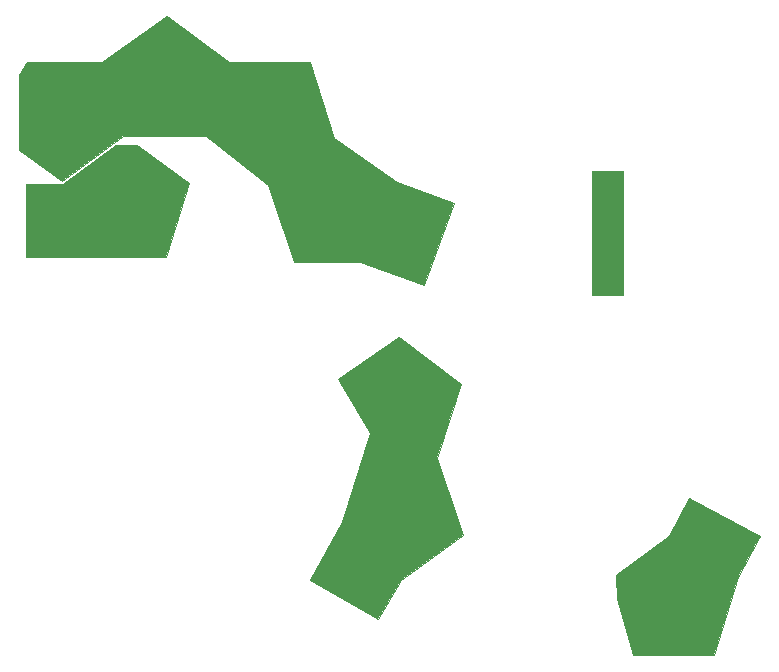
<source format=gbr>
G04 #@! TF.GenerationSoftware,KiCad,Pcbnew,(6.0.1)*
G04 #@! TF.CreationDate,2022-05-29T23:08:33-04:00*
G04 #@! TF.ProjectId,Main-rounded,4d61696e-2d72-46f7-956e-6465642e6b69,10*
G04 #@! TF.SameCoordinates,Original*
G04 #@! TF.FileFunction,Other,ECO1*
%FSLAX46Y46*%
G04 Gerber Fmt 4.6, Leading zero omitted, Abs format (unit mm)*
G04 Created by KiCad (PCBNEW (6.0.1)) date 2022-05-29 23:08:33*
%MOMM*%
%LPD*%
G01*
G04 APERTURE LIST*
%ADD10C,0.100000*%
G04 APERTURE END LIST*
D10*
X268900000Y-126400000D02*
X267100000Y-129900000D01*
X267100000Y-129900000D02*
X265000000Y-136500000D01*
X265000000Y-136500000D02*
X258200000Y-136500000D01*
X258200000Y-136500000D02*
X256800000Y-131700000D01*
X256800000Y-131700000D02*
X256700000Y-129700000D01*
X256700000Y-129700000D02*
X261200000Y-126400000D01*
X261200000Y-126400000D02*
X262900000Y-123200000D01*
X262900000Y-123200000D02*
X268900000Y-126400000D01*
G36*
X268900000Y-126400000D02*
G01*
X267100000Y-129900000D01*
X265000000Y-136500000D01*
X258200000Y-136500000D01*
X256800000Y-131700000D01*
X256700000Y-129700000D01*
X261200000Y-126400000D01*
X262900000Y-123200000D01*
X268900000Y-126400000D01*
G37*
X268900000Y-126400000D02*
X267100000Y-129900000D01*
X265000000Y-136500000D01*
X258200000Y-136500000D01*
X256800000Y-131700000D01*
X256700000Y-129700000D01*
X261200000Y-126400000D01*
X262900000Y-123200000D01*
X268900000Y-126400000D01*
X224000000Y-86300000D02*
X230800000Y-86300000D01*
X230800000Y-86300000D02*
X232900000Y-92700000D01*
X232900000Y-92700000D02*
X238200000Y-96400000D01*
X238200000Y-96400000D02*
X243000000Y-98200000D01*
X243000000Y-98200000D02*
X240500000Y-105100000D01*
X240500000Y-105100000D02*
X235100000Y-103200000D01*
X235100000Y-103200000D02*
X229500000Y-103200000D01*
X229500000Y-103200000D02*
X227300000Y-96700000D01*
X227300000Y-96700000D02*
X222000000Y-92500000D01*
X222000000Y-92500000D02*
X215000000Y-92500000D01*
X215000000Y-92500000D02*
X209800000Y-96300000D01*
X209800000Y-96300000D02*
X206200000Y-93700000D01*
X206200000Y-93700000D02*
X206200000Y-87400000D01*
X206200000Y-87400000D02*
X206900000Y-86300000D01*
X206900000Y-86300000D02*
X213200000Y-86300000D01*
X213200000Y-86300000D02*
X218700000Y-82400000D01*
X218700000Y-82400000D02*
X224000000Y-86300000D01*
G36*
X224000000Y-86300000D02*
G01*
X230800000Y-86300000D01*
X232900000Y-92700000D01*
X238200000Y-96400000D01*
X243000000Y-98200000D01*
X240500000Y-105100000D01*
X235100000Y-103200000D01*
X229500000Y-103200000D01*
X227300000Y-96700000D01*
X222000000Y-92500000D01*
X215000000Y-92500000D01*
X209800000Y-96300000D01*
X206200000Y-93700000D01*
X206200000Y-87400000D01*
X206900000Y-86300000D01*
X213200000Y-86300000D01*
X218700000Y-82400000D01*
X224000000Y-86300000D01*
G37*
X224000000Y-86300000D02*
X230800000Y-86300000D01*
X232900000Y-92700000D01*
X238200000Y-96400000D01*
X243000000Y-98200000D01*
X240500000Y-105100000D01*
X235100000Y-103200000D01*
X229500000Y-103200000D01*
X227300000Y-96700000D01*
X222000000Y-92500000D01*
X215000000Y-92500000D01*
X209800000Y-96300000D01*
X206200000Y-93700000D01*
X206200000Y-87400000D01*
X206900000Y-86300000D01*
X213200000Y-86300000D01*
X218700000Y-82400000D01*
X224000000Y-86300000D01*
X220600000Y-96500000D02*
X218600000Y-102800000D01*
X218600000Y-102800000D02*
X206800000Y-102800000D01*
X206800000Y-102800000D02*
X206800000Y-96600000D01*
X206800000Y-96600000D02*
X209900000Y-96600000D01*
X209900000Y-96600000D02*
X214400000Y-93300000D01*
X214400000Y-93300000D02*
X216200000Y-93300000D01*
X216200000Y-93300000D02*
X220600000Y-96500000D01*
G36*
X220600000Y-96500000D02*
G01*
X218600000Y-102800000D01*
X206800000Y-102800000D01*
X206800000Y-96600000D01*
X209900000Y-96600000D01*
X214400000Y-93300000D01*
X216200000Y-93300000D01*
X220600000Y-96500000D01*
G37*
X220600000Y-96500000D02*
X218600000Y-102800000D01*
X206800000Y-102800000D01*
X206800000Y-96600000D01*
X209900000Y-96600000D01*
X214400000Y-93300000D01*
X216200000Y-93300000D01*
X220600000Y-96500000D01*
X254700000Y-95500000D02*
X257300000Y-95500000D01*
X257300000Y-95500000D02*
X257300000Y-106000000D01*
X257300000Y-106000000D02*
X254700000Y-106000000D01*
X254700000Y-106000000D02*
X254700000Y-95500000D01*
G36*
X254700000Y-95500000D02*
G01*
X257300000Y-95500000D01*
X257300000Y-106000000D01*
X254700000Y-106000000D01*
X254700000Y-95500000D01*
G37*
X243600000Y-113500000D02*
X241600000Y-119800000D01*
X241600000Y-119800000D02*
X243800000Y-126300000D01*
X243800000Y-126300000D02*
X238500000Y-130100000D01*
X238500000Y-130100000D02*
X236600000Y-133400000D01*
X236600000Y-133400000D02*
X230800000Y-130100000D01*
X230800000Y-130100000D02*
X233500000Y-125200000D01*
X233500000Y-125200000D02*
X235900000Y-117700000D01*
X235900000Y-117700000D02*
X233200000Y-113100000D01*
X233200000Y-113100000D02*
X238400000Y-109500000D01*
X238400000Y-109500000D02*
X243600000Y-113500000D01*
G36*
X243600000Y-113500000D02*
G01*
X241600000Y-119800000D01*
X243800000Y-126300000D01*
X238500000Y-130100000D01*
X236600000Y-133400000D01*
X230800000Y-130100000D01*
X233500000Y-125200000D01*
X235900000Y-117700000D01*
X233200000Y-113100000D01*
X238400000Y-109500000D01*
X243600000Y-113500000D01*
G37*
X243600000Y-113500000D02*
X241600000Y-119800000D01*
X243800000Y-126300000D01*
X238500000Y-130100000D01*
X236600000Y-133400000D01*
X230800000Y-130100000D01*
X233500000Y-125200000D01*
X235900000Y-117700000D01*
X233200000Y-113100000D01*
X238400000Y-109500000D01*
X243600000Y-113500000D01*
M02*

</source>
